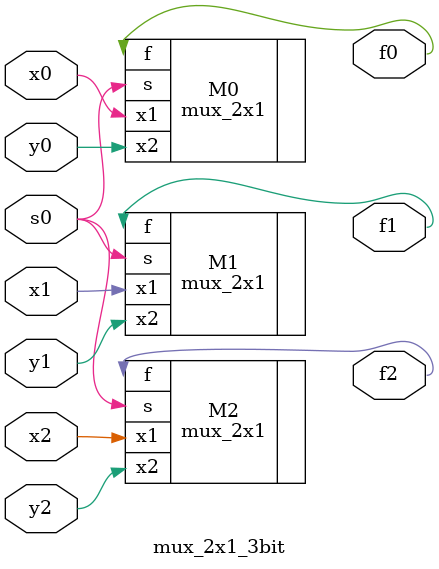
<source format=v>
`timescale 1ns / 1ps


module mux_2x1_3bit(
input x0,y0,x1,y1,x2,y2,s0,
output f0,f1,f2);

mux_2x1 M0 (.x1(x0),.x2(y0),.s(s0),.f(f0));
mux_2x1 M1 (.x1(x1),.x2(y1),.s(s0),.f(f1));
mux_2x1 M2 (.x1(x2),.x2(y2),.s(s0),.f(f2));

endmodule

</source>
